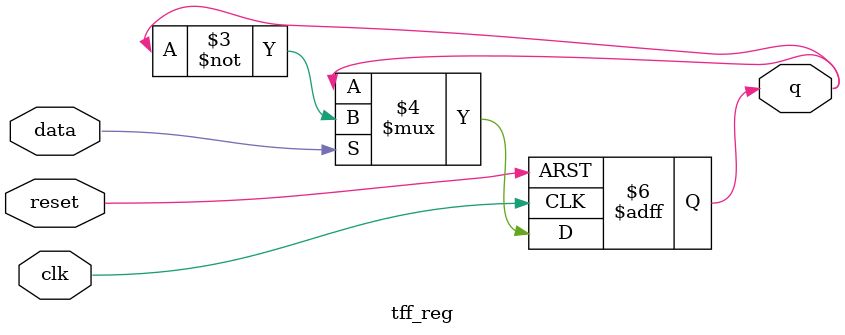
<source format=sv>
module tff_reg(
	input logic data, clk, reset,
	output logic q
);

	always_ff @(posedge clk or negedge reset)
		if (~reset) q <= 1'b0;
		else if (data) q <= ~q;

endmodule

</source>
